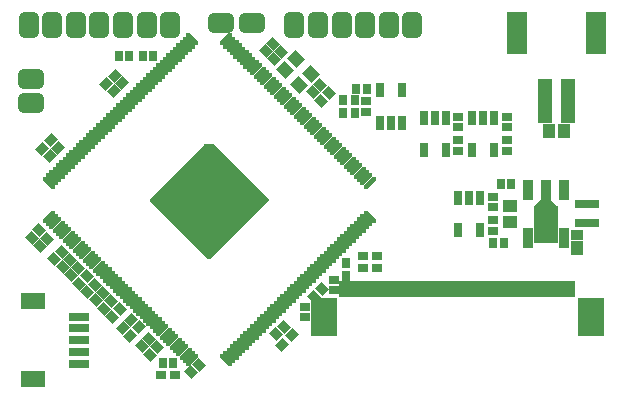
<source format=gts>
G04*
G04 #@! TF.GenerationSoftware,Altium Limited,Altium Designer,24.5.2 (23)*
G04*
G04 Layer_Color=8388736*
%FSLAX44Y44*%
%MOMM*%
G71*
G04*
G04 #@! TF.SameCoordinates,69858205-0F2E-4D39-B2D1-A8915E6FFAA9*
G04*
G04*
G04 #@! TF.FilePolarity,Negative*
G04*
G01*
G75*
G04:AMPARAMS|DCode=44|XSize=2.2032mm|YSize=1.7032mm|CornerRadius=0.4766mm|HoleSize=0mm|Usage=FLASHONLY|Rotation=0.000|XOffset=0mm|YOffset=0mm|HoleType=Round|Shape=RoundedRectangle|*
%AMROUNDEDRECTD44*
21,1,2.2032,0.7500,0,0,0.0*
21,1,1.2500,1.7032,0,0,0.0*
1,1,0.9532,0.6250,-0.3750*
1,1,0.9532,-0.6250,-0.3750*
1,1,0.9532,-0.6250,0.3750*
1,1,0.9532,0.6250,0.3750*
%
%ADD44ROUNDEDRECTD44*%
G04:AMPARAMS|DCode=45|XSize=1.7032mm|YSize=2.2032mm|CornerRadius=0.4766mm|HoleSize=0mm|Usage=FLASHONLY|Rotation=0.000|XOffset=0mm|YOffset=0mm|HoleType=Round|Shape=RoundedRectangle|*
%AMROUNDEDRECTD45*
21,1,1.7032,1.2500,0,0,0.0*
21,1,0.7500,2.2032,0,0,0.0*
1,1,0.9532,0.3750,-0.6250*
1,1,0.9532,-0.3750,-0.6250*
1,1,0.9532,-0.3750,0.6250*
1,1,0.9532,0.3750,0.6250*
%
%ADD45ROUNDEDRECTD45*%
G04:AMPARAMS|DCode=46|XSize=0.8432mm|YSize=0.8032mm|CornerRadius=0mm|HoleSize=0mm|Usage=FLASHONLY|Rotation=315.000|XOffset=0mm|YOffset=0mm|HoleType=Round|Shape=Rectangle|*
%AMROTATEDRECTD46*
4,1,4,-0.5821,0.0141,-0.0141,0.5821,0.5821,-0.0141,0.0141,-0.5821,-0.5821,0.0141,0.0*
%
%ADD46ROTATEDRECTD46*%

%ADD47R,0.8032X0.8432*%
G04:AMPARAMS|DCode=48|XSize=1.7032mm|YSize=2.2032mm|CornerRadius=0.4766mm|HoleSize=0mm|Usage=FLASHONLY|Rotation=270.000|XOffset=0mm|YOffset=0mm|HoleType=Round|Shape=RoundedRectangle|*
%AMROUNDEDRECTD48*
21,1,1.7032,1.2500,0,0,270.0*
21,1,0.7500,2.2032,0,0,270.0*
1,1,0.9532,-0.6250,-0.3750*
1,1,0.9532,-0.6250,0.3750*
1,1,0.9532,0.6250,0.3750*
1,1,0.9532,0.6250,-0.3750*
%
%ADD48ROUNDEDRECTD48*%
%ADD49R,1.7032X3.6032*%
%ADD50R,1.2032X3.7032*%
%ADD51R,1.1032X1.2032*%
%ADD52R,0.7532X1.2032*%
%ADD53R,0.8432X0.8032*%
%ADD54R,2.0032X0.8032*%
G04:AMPARAMS|DCode=55|XSize=1.3932mm|YSize=0.4432mm|CornerRadius=0.1652mm|HoleSize=0mm|Usage=FLASHONLY|Rotation=315.000|XOffset=0mm|YOffset=0mm|HoleType=Round|Shape=RoundedRectangle|*
%AMROUNDEDRECTD55*
21,1,1.3932,0.1128,0,0,315.0*
21,1,1.0628,0.4432,0,0,315.0*
1,1,0.3304,0.3359,-0.4156*
1,1,0.3304,-0.4156,0.3359*
1,1,0.3304,-0.3359,0.4156*
1,1,0.3304,0.4156,-0.3359*
%
%ADD55ROUNDEDRECTD55*%
G04:AMPARAMS|DCode=56|XSize=1.3932mm|YSize=0.4432mm|CornerRadius=0.1652mm|HoleSize=0mm|Usage=FLASHONLY|Rotation=225.000|XOffset=0mm|YOffset=0mm|HoleType=Round|Shape=RoundedRectangle|*
%AMROUNDEDRECTD56*
21,1,1.3932,0.1128,0,0,225.0*
21,1,1.0628,0.4432,0,0,225.0*
1,1,0.3304,-0.4156,-0.3359*
1,1,0.3304,0.3359,0.4156*
1,1,0.3304,0.4156,0.3359*
1,1,0.3304,-0.3359,-0.4156*
%
%ADD56ROUNDEDRECTD56*%
%ADD57R,0.5032X1.4532*%
%ADD58R,2.2032X3.2032*%
%ADD59R,1.7532X0.8032*%
%ADD60R,2.0032X1.4032*%
%ADD61R,0.9532X0.8032*%
%ADD62R,1.0032X1.2532*%
%ADD63R,1.0032X0.8532*%
%ADD64R,0.8832X1.7032*%
%ADD65R,1.1532X1.0532*%
G04:AMPARAMS|DCode=66|XSize=0.8032mm|YSize=0.9532mm|CornerRadius=0mm|HoleSize=0mm|Usage=FLASHONLY|Rotation=135.000|XOffset=0mm|YOffset=0mm|HoleType=Round|Shape=Rectangle|*
%AMROTATEDRECTD66*
4,1,4,0.6210,0.0530,-0.0530,-0.6210,-0.6210,-0.0530,0.0530,0.6210,0.6210,0.0530,0.0*
%
%ADD66ROTATEDRECTD66*%

G04:AMPARAMS|DCode=67|XSize=0.8432mm|YSize=0.8032mm|CornerRadius=0mm|HoleSize=0mm|Usage=FLASHONLY|Rotation=225.000|XOffset=0mm|YOffset=0mm|HoleType=Round|Shape=Rectangle|*
%AMROTATEDRECTD67*
4,1,4,0.0141,0.5821,0.5821,0.0141,-0.0141,-0.5821,-0.5821,-0.0141,0.0141,0.5821,0.0*
%
%ADD67ROTATEDRECTD67*%

%ADD68R,0.8032X0.9532*%
G04:AMPARAMS|DCode=69|XSize=1.0032mm|YSize=1.1032mm|CornerRadius=0mm|HoleSize=0mm|Usage=FLASHONLY|Rotation=225.000|XOffset=0mm|YOffset=0mm|HoleType=Round|Shape=Rectangle|*
%AMROTATEDRECTD69*
4,1,4,-0.0354,0.7447,0.7447,-0.0354,0.0354,-0.7447,-0.7447,0.0354,-0.0354,0.7447,0.0*
%
%ADD69ROTATEDRECTD69*%

%ADD70R,0.8032X1.2032*%
G36*
X3668Y46972D02*
X3799Y46946D01*
X3925Y46903D01*
X4045Y46844D01*
X4155Y46770D01*
X4256Y46682D01*
X50217Y720D01*
X50305Y620D01*
X50379Y509D01*
X50419Y429D01*
X50438Y390D01*
X50481Y264D01*
X50507Y133D01*
X50516Y0D01*
X50507Y-133D01*
X50481Y-264D01*
X50438Y-390D01*
X50379Y-509D01*
X50305Y-620D01*
X50217Y-720D01*
X720Y-50217D01*
X620Y-50305D01*
X509Y-50379D01*
X390Y-50438D01*
X264Y-50481D01*
X133Y-50507D01*
X0Y-50516D01*
X-133Y-50507D01*
X-264Y-50481D01*
X-390Y-50438D01*
X-509Y-50379D01*
X-620Y-50305D01*
X-720Y-50217D01*
X-50217Y-720D01*
X-50305Y-620D01*
X-50379Y-509D01*
X-50438Y-390D01*
X-50481Y-264D01*
X-50507Y-133D01*
X-50516Y0D01*
X-50507Y133D01*
X-50481Y264D01*
X-50438Y390D01*
X-50379Y509D01*
X-50305Y620D01*
X-50217Y720D01*
X-4256Y46682D01*
X-4155Y46770D01*
X-4045Y46844D01*
X-3925Y46903D01*
X-3799Y46946D01*
X-3668Y46972D01*
X-3536Y46980D01*
X3535D01*
X3668Y46972D01*
D02*
G37*
G36*
X288533Y16509D02*
X288664Y16484D01*
X288790Y16441D01*
X288909Y16382D01*
X289020Y16308D01*
X289120Y16220D01*
X289208Y16120D01*
X289282Y16009D01*
X289341Y15890D01*
X289384Y15763D01*
X289410Y15633D01*
X289418Y15500D01*
Y22D01*
X294720Y-5280D01*
X294808Y-5380D01*
X294882Y-5491D01*
X294941Y-5610D01*
X294984Y-5737D01*
X295009Y-5867D01*
X295018Y-6000D01*
Y-36000D01*
X295009Y-36133D01*
X294984Y-36264D01*
X294941Y-36390D01*
X294882Y-36509D01*
X294808Y-36620D01*
X294720Y-36720D01*
X294620Y-36808D01*
X294509Y-36882D01*
X294390Y-36941D01*
X294263Y-36983D01*
X294133Y-37009D01*
X294000Y-37018D01*
X276000D01*
X275867Y-37009D01*
X275737Y-36983D01*
X275610Y-36941D01*
X275491Y-36882D01*
X275380Y-36808D01*
X275280Y-36720D01*
X275192Y-36620D01*
X275118Y-36509D01*
X275059Y-36390D01*
X275016Y-36264D01*
X274991Y-36133D01*
X274982Y-36000D01*
Y-6000D01*
X274991Y-5867D01*
X275016Y-5737D01*
X275059Y-5610D01*
X275118Y-5491D01*
X275192Y-5380D01*
X275280Y-5280D01*
X280582Y22D01*
X280582Y15500D01*
X280590Y15633D01*
X280616Y15763D01*
X280659Y15890D01*
X280718Y16009D01*
X280792Y16120D01*
X280880Y16220D01*
X280980Y16308D01*
X281091Y16382D01*
X281210Y16441D01*
X281336Y16484D01*
X281467Y16509D01*
X281600Y16518D01*
X288400D01*
X288533Y16509D01*
D02*
G37*
D44*
X36000Y150000D02*
D03*
X10000D02*
D03*
D45*
X72000Y148000D02*
D03*
X92000D02*
D03*
X152000D02*
D03*
X132000D02*
D03*
X172000D02*
D03*
X112000D02*
D03*
X-73000D02*
D03*
X-33000D02*
D03*
X-53000D02*
D03*
X-93000D02*
D03*
X-113000D02*
D03*
X-133000D02*
D03*
X-153000D02*
D03*
D46*
X54111Y132111D02*
D03*
X47889Y125889D02*
D03*
X61111Y125111D02*
D03*
X54889Y118889D02*
D03*
X-8889Y-139889D02*
D03*
X-15111Y-146111D02*
D03*
X-50889Y-117889D02*
D03*
X-57111Y-124111D02*
D03*
X95111Y-75889D02*
D03*
X88889Y-82111D02*
D03*
X-50111Y-131111D02*
D03*
X-43889Y-124888D02*
D03*
X56889Y-114111D02*
D03*
X63111Y-107889D02*
D03*
X-75889Y-92889D02*
D03*
X-82111Y-99112D02*
D03*
X-124889Y-43889D02*
D03*
X-131111Y-50111D02*
D03*
X-143889Y-25889D02*
D03*
X-150111Y-32111D02*
D03*
X-137000Y-33000D02*
D03*
X-143223Y-39223D02*
D03*
X-117889Y-50889D02*
D03*
X-124111Y-57111D02*
D03*
X-110889Y-57889D02*
D03*
X-117112Y-64111D02*
D03*
X-96889Y-71889D02*
D03*
X-103112Y-78111D02*
D03*
X-103889Y-64889D02*
D03*
X-110112Y-71111D02*
D03*
X-82889Y-85889D02*
D03*
X-89111Y-92112D02*
D03*
X101111Y90111D02*
D03*
X94889Y83889D02*
D03*
X-90000Y-79000D02*
D03*
X-96223Y-85223D02*
D03*
X94111Y97112D02*
D03*
X87889Y90889D02*
D03*
D47*
X-47600Y122000D02*
D03*
X-56400D02*
D03*
X246600Y13000D02*
D03*
X255400D02*
D03*
X-39400Y-138000D02*
D03*
X-30600D02*
D03*
X249400Y-37000D02*
D03*
X240600D02*
D03*
X124600Y94000D02*
D03*
X133400D02*
D03*
X-67600Y122000D02*
D03*
X-76400D02*
D03*
D48*
X-151000Y82000D02*
D03*
Y102000D02*
D03*
D49*
X327500Y141000D02*
D03*
X260500D02*
D03*
D50*
X304000Y83500D02*
D03*
X284000D02*
D03*
D51*
X300750Y58000D02*
D03*
X287250D02*
D03*
D52*
X200500Y69500D02*
D03*
X191000D02*
D03*
X181500D02*
D03*
Y42500D02*
D03*
X200500D02*
D03*
X232000Y69500D02*
D03*
X241500Y42500D02*
D03*
X222500D02*
D03*
Y69500D02*
D03*
X241500D02*
D03*
X229500Y-25500D02*
D03*
X210500D02*
D03*
Y1500D02*
D03*
X229500D02*
D03*
X220000D02*
D03*
D53*
X211000Y41600D02*
D03*
Y50400D02*
D03*
Y70400D02*
D03*
Y61600D02*
D03*
X252000Y70400D02*
D03*
Y61600D02*
D03*
X252000Y50400D02*
D03*
Y41600D02*
D03*
X240000Y-17600D02*
D03*
Y-26400D02*
D03*
Y-6400D02*
D03*
Y2400D02*
D03*
X81000Y-90600D02*
D03*
Y-99400D02*
D03*
X106000Y-67600D02*
D03*
Y-76400D02*
D03*
X133000Y74600D02*
D03*
Y83400D02*
D03*
D54*
X320000Y-20000D02*
D03*
Y-4000D02*
D03*
D55*
X-51053Y99136D02*
D03*
X-53882Y96308D02*
D03*
X-56710Y93479D02*
D03*
X-59538Y90651D02*
D03*
X135906Y-14284D02*
D03*
X133078Y-17112D02*
D03*
X130249Y-19941D02*
D03*
X127421Y-22769D02*
D03*
X124592Y-25598D02*
D03*
X118936Y-31254D02*
D03*
X116107Y-34083D02*
D03*
X113279Y-36911D02*
D03*
X110450Y-39740D02*
D03*
X107622Y-42568D02*
D03*
X104794Y-45397D02*
D03*
X101965Y-48225D02*
D03*
X99137Y-51054D02*
D03*
X96308Y-53882D02*
D03*
X93480Y-56710D02*
D03*
X90651Y-59539D02*
D03*
X87823Y-62367D02*
D03*
X84994Y-65196D02*
D03*
X82166Y-68024D02*
D03*
X79338Y-70852D02*
D03*
X76509Y-73681D02*
D03*
X73681Y-76509D02*
D03*
X70852Y-79338D02*
D03*
X68024Y-82166D02*
D03*
X65196Y-84994D02*
D03*
X62367Y-87823D02*
D03*
X59539Y-90651D02*
D03*
X56710Y-93480D02*
D03*
X53882Y-96308D02*
D03*
X51054Y-99137D02*
D03*
X48225Y-101965D02*
D03*
X45397Y-104794D02*
D03*
X42568Y-107622D02*
D03*
X39740Y-110450D02*
D03*
X36911Y-113279D02*
D03*
X28426Y-121764D02*
D03*
X25598Y-124592D02*
D03*
X22769Y-127421D02*
D03*
X-135906Y14283D02*
D03*
X-133077Y17112D02*
D03*
X-130249Y19941D02*
D03*
X-127421Y22769D02*
D03*
X-124592Y25597D02*
D03*
X-121764Y28426D02*
D03*
X-118935Y31254D02*
D03*
X-116107Y34083D02*
D03*
X-113278Y36911D02*
D03*
X-110450Y39739D02*
D03*
X-107622Y42568D02*
D03*
X-104793Y45396D02*
D03*
X-101965Y48225D02*
D03*
X-99136Y51053D02*
D03*
X-96308Y53882D02*
D03*
X-93479Y56710D02*
D03*
X-90651Y59538D02*
D03*
X-87823Y62367D02*
D03*
X-84994Y65195D02*
D03*
X-82166Y68024D02*
D03*
X-79337Y70852D02*
D03*
X-76509Y73681D02*
D03*
X-73681Y76509D02*
D03*
X-70852Y79337D02*
D03*
X-68024Y82166D02*
D03*
X-65195Y84994D02*
D03*
X-62367Y87823D02*
D03*
X-48225Y101965D02*
D03*
X-45396Y104793D02*
D03*
X-42568Y107622D02*
D03*
X-39739Y110450D02*
D03*
X-36911Y113278D02*
D03*
X-34083Y116107D02*
D03*
X-31254Y118935D02*
D03*
X-28426Y121764D02*
D03*
X-25597Y124592D02*
D03*
X-22769Y127421D02*
D03*
X-19941Y130249D02*
D03*
X-17112Y133077D02*
D03*
X14284Y-135906D02*
D03*
X-14284Y135906D02*
D03*
X121764Y-28426D02*
D03*
X34083Y-116107D02*
D03*
X31254Y-118936D02*
D03*
X17112Y-133078D02*
D03*
X19941Y-130249D02*
D03*
D56*
X14284Y135906D02*
D03*
X17112Y133077D02*
D03*
X19941Y130249D02*
D03*
X22769Y127421D02*
D03*
X25597Y124592D02*
D03*
X28426Y121764D02*
D03*
X31254Y118935D02*
D03*
X34083Y116107D02*
D03*
X36911Y113278D02*
D03*
X39739Y110450D02*
D03*
X42568Y107622D02*
D03*
X45396Y104793D02*
D03*
X48225Y101965D02*
D03*
X51053Y99136D02*
D03*
X53882Y96308D02*
D03*
X56710Y93479D02*
D03*
X59538Y90651D02*
D03*
X62367Y87823D02*
D03*
X65195Y84994D02*
D03*
X68024Y82166D02*
D03*
X70852Y79337D02*
D03*
X73681Y76509D02*
D03*
X76509Y73681D02*
D03*
X79337Y70852D02*
D03*
X82166Y68023D02*
D03*
X84994Y65195D02*
D03*
X87823Y62366D02*
D03*
X90651Y59538D02*
D03*
X93480Y56710D02*
D03*
X96308Y53881D02*
D03*
X99137Y51053D02*
D03*
X101965Y48224D02*
D03*
X107622Y42568D02*
D03*
X110450Y39739D02*
D03*
X113279Y36911D02*
D03*
X116107Y34082D02*
D03*
X118936Y31254D02*
D03*
X121764Y28425D02*
D03*
X124592Y25597D02*
D03*
X127421Y22768D02*
D03*
X130249Y19940D02*
D03*
X133078Y17112D02*
D03*
X-14283Y-135906D02*
D03*
X-17112Y-133078D02*
D03*
X-19940Y-130249D02*
D03*
X-22769Y-127421D02*
D03*
X-25597Y-124592D02*
D03*
X-28425Y-121764D02*
D03*
X-31254Y-118936D02*
D03*
X-34082Y-116107D02*
D03*
X-39739Y-110450D02*
D03*
X-42568Y-107622D02*
D03*
X-45396Y-104794D02*
D03*
X-51053Y-99137D02*
D03*
X-53881Y-96308D02*
D03*
X-56710Y-93480D02*
D03*
X-59538Y-90651D02*
D03*
X-62366Y-87823D02*
D03*
X-65195Y-84994D02*
D03*
X-68023Y-82166D02*
D03*
X-70852Y-79337D02*
D03*
X-73681Y-76509D02*
D03*
X-76509Y-73681D02*
D03*
X-79337Y-70852D02*
D03*
X-82166Y-68024D02*
D03*
X-84994Y-65195D02*
D03*
X-87823Y-62367D02*
D03*
X-90651Y-59538D02*
D03*
X-93479Y-56710D02*
D03*
X-96308Y-53882D02*
D03*
X-99136Y-51053D02*
D03*
X-101965Y-48225D02*
D03*
X-104793Y-45396D02*
D03*
X-107622Y-42568D02*
D03*
X-110450Y-39739D02*
D03*
X-113278Y-36911D02*
D03*
X-116107Y-34083D02*
D03*
X-118935Y-31254D02*
D03*
X-121764Y-28426D02*
D03*
X-124592Y-25597D02*
D03*
X-127421Y-22769D02*
D03*
X-130249Y-19941D02*
D03*
X-133077Y-17112D02*
D03*
X135906Y14283D02*
D03*
X-135906Y-14284D02*
D03*
X104794Y45396D02*
D03*
X-48224Y-101965D02*
D03*
X-36911Y-113279D02*
D03*
D57*
X167500Y-76000D02*
D03*
X207500D02*
D03*
X112500D02*
D03*
X307500D02*
D03*
X117500D02*
D03*
X122500D02*
D03*
X127500D02*
D03*
X132500D02*
D03*
X137500D02*
D03*
X142500D02*
D03*
X147500D02*
D03*
X152500D02*
D03*
X157500D02*
D03*
X162500D02*
D03*
X172500D02*
D03*
X177500D02*
D03*
X182500D02*
D03*
X187500D02*
D03*
X192500D02*
D03*
X197500D02*
D03*
X202500D02*
D03*
X252500D02*
D03*
X257500D02*
D03*
X262500D02*
D03*
X267500D02*
D03*
X272500D02*
D03*
X277500D02*
D03*
X282500D02*
D03*
X287500D02*
D03*
X292500D02*
D03*
X297500D02*
D03*
X302500D02*
D03*
X247500D02*
D03*
X242500D02*
D03*
X237500D02*
D03*
X232500D02*
D03*
X227500D02*
D03*
X222500D02*
D03*
X217500D02*
D03*
X212500D02*
D03*
D58*
X97100Y-99250D02*
D03*
X322900D02*
D03*
D59*
X-110680Y-109000D02*
D03*
Y-139000D02*
D03*
Y-129000D02*
D03*
Y-119000D02*
D03*
Y-99000D02*
D03*
D60*
X-149430Y-152000D02*
D03*
Y-86000D02*
D03*
D61*
X-29250Y-148000D02*
D03*
X-40750D02*
D03*
X141750Y-48000D02*
D03*
X130250D02*
D03*
X141750Y-58000D02*
D03*
X130250D02*
D03*
D62*
X311000Y-40500D02*
D03*
D63*
Y-30000D02*
D03*
D64*
X300000Y8000D02*
D03*
X270000D02*
D03*
X300000Y-32000D02*
D03*
X270000D02*
D03*
D65*
X255000Y-18500D02*
D03*
Y-5500D02*
D03*
D66*
X61934Y-123066D02*
D03*
X70066Y-114934D02*
D03*
D67*
X-73111Y-108889D02*
D03*
X-66889Y-115112D02*
D03*
X-128000Y44000D02*
D03*
X-134223Y50223D02*
D03*
X-80889Y91889D02*
D03*
X-87111Y98111D02*
D03*
X-135000Y37000D02*
D03*
X-141223Y43223D02*
D03*
X-73889Y98889D02*
D03*
X-80111Y105111D02*
D03*
X-66111Y-101889D02*
D03*
X-59889Y-108111D02*
D03*
D68*
X113000Y84750D02*
D03*
Y73250D02*
D03*
X123000Y84750D02*
D03*
Y73250D02*
D03*
X116000Y-53250D02*
D03*
Y-64750D02*
D03*
D69*
X64181Y109414D02*
D03*
X73586Y118819D02*
D03*
X76414Y97181D02*
D03*
X85819Y106586D02*
D03*
D70*
X154000Y65000D02*
D03*
X144500Y93000D02*
D03*
X163500D02*
D03*
X144500Y65000D02*
D03*
X163500D02*
D03*
M02*

</source>
